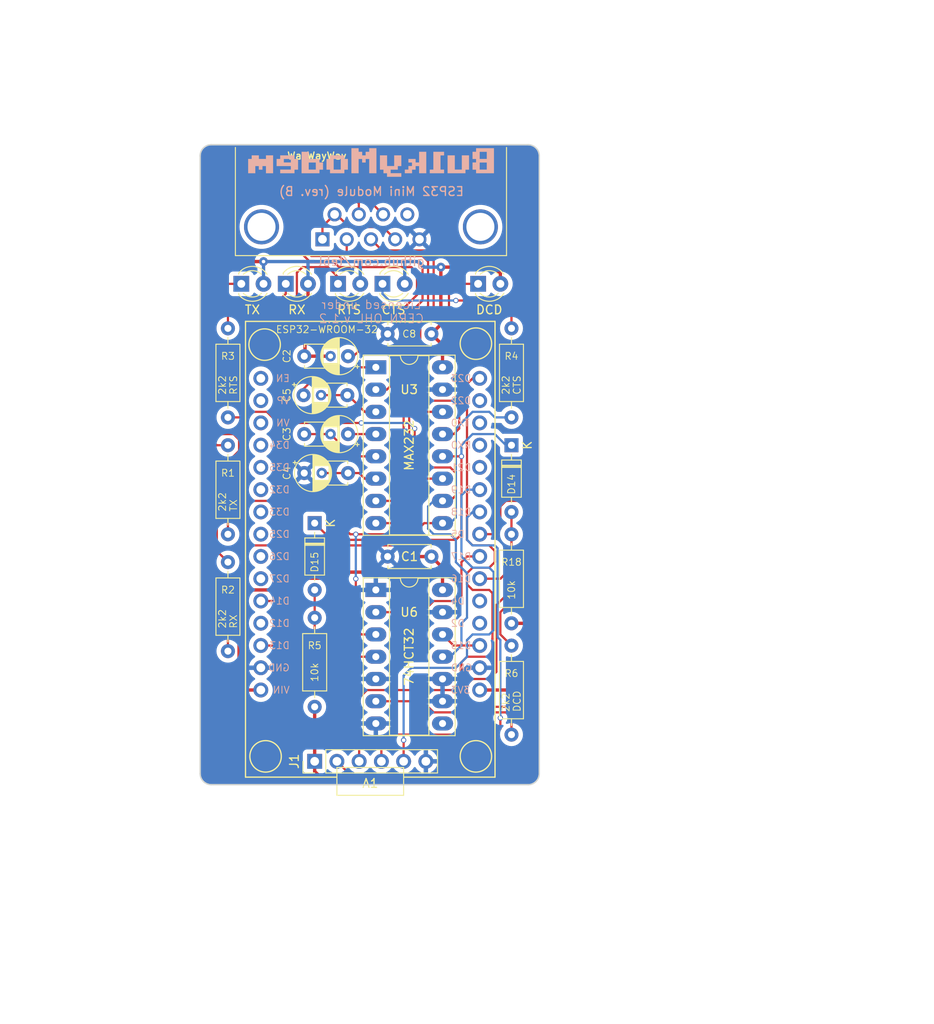
<source format=kicad_pcb>
(kicad_pcb (version 20240108) (generator "pcbnew") (generator_version "8.0")
  (layers (0 "F.Cu" signal) (31 "B.Cu" signal) (34 "B.Paste" user) (35 "F.Paste" user) (36 "B.SilkS" user "B.Silkscreen") (37 "F.SilkS" user "F.Silkscreen") (38 "B.Mask" user) (39 "F.Mask" user) (44 "Edge.Cuts" user))
  (net 0 "")
  (net 1 "GND")
  (net 2 "+5V")
  (net 3 "ESP_TX")
  (net 4 "ESP_RTS")
  (net 6 "+3.3V")
  (net 7 "Net-(A1-D15)")
  (net 8 "Net-(D1-K)")
  (net 9 "Net-(D2-K)")
  (net 10 "Net-(D3-K)")
  (net 11 "Net-(D4-K)")
  (net 12 "Net-(D5-K)")
  (net 13 "Net-(J2-Pad1)")
  (net 14 "/RS-232/SER_TxD")
  (net 15 "/RS-232/SER_RxD")
  (net 16 "/RS-232/SER_CTS")
  (net 17 "/RS-232/SER_RTS")
  (net 20 "SPI_CLK")
  (net 21 "SPI_MOSI")
  (net 22 "SPI_CS")
  (net 23 "ESP_RX")
  (net 24 "ESP_CTS")
  (net 25 "SPI_MISO")
  (net 26 "ESP_DCD")
  (net 27 "unconnected-(U3-VS+-Pad2)")
  (net 28 "unconnected-(U3-C2--Pad5)")
  (net 29 "unconnected-(U3-C2+-Pad4)")
  (net 30 "unconnected-(U3-VS--Pad6)")
  (net 31 "unconnected-(U3-C1--Pad3)")
  (net 32 "unconnected-(U3-C1+-Pad1)")
  (net 34 "Net-(A1-D17)")
  (net 40 "Net-(A1-D14)")
  (net 46 "Net-(A1-D13)")
  (net 51 "Net-(A1-D16)")
  (footprint "esp32_dev_board:ESP32-WROOM-32D_30_Alternate" (layer "F.Cu") (at 108.331 103.345)
    (property "Reference" "A1")
    (property "Value" "ESP32-WROOM-32")
  )
  (footprint "RND_DSUB:DSUB-9_Female_Horizontal_P2.77x2.84mm_EdgePinOffset7.70mm_Housed_MountingHolesOffset9.12mm" (layer "F.Cu") (at 102.87 65.405 180)
    (property "Reference" "J2" (hide yes))
    (property "Value" "DCE")
  )
  (footprint "resistor:R_Axial_DIN0207_L6.3mm_D2.5mm_P10.16mm_Horizontal" (layer "F.Cu") (at 124.46 109.22 90)
    (property "Reference" "R18")
    (property "Value" "10k")
  )
  (footprint "Package_DIP:DIP-16_W7.62mm_Socket_LongPads" (layer "F.Cu") (at 108.966 80.01)
    (property "Reference" "U3")
    (property "Value" "MAX232")
  )
  (footprint "BulkyModem:CP_Radial_D4.0mm_P2.00mm_Custom" (layer "F.Cu") (at 100.711 83.185)
    (property "Reference" "C5")
    (property "Value" "1uF" (hide yes))
  )
  (footprint "BulkyModem:CP_Radial_D4.0mm_P2.00mm_Custom" (layer "F.Cu") (at 105.791 87.63 180)
    (property "Reference" "C3")
    (property "Value" "1uF" (hide yes))
  )
  (footprint "BulkyModem:CP_Radial_D4.0mm_P2.00mm_Custom" (layer "F.Cu") (at 105.791 78.74 180)
    (property "Reference" "C2")
    (property "Value" "1uF" (hide yes))
  )
  (footprint "BulkyModem:CP_Radial_D4.0mm_P2.00mm_Custom" (layer "F.Cu") (at 100.791 92.075)
    (property "Reference" "C4")
    (property "Value" "1uF" (hide yes))
  )
  (footprint "Capacitor_THT:C_Disc_D4.7mm_W2.5mm_P5.00mm" (layer "F.Cu") (at 115.316 76.2 180)
    (property "Reference" "C8")
    (property "Value" "100nF")
  )
  (footprint "Diode_THT:D_DO-35_SOD27_P7.62mm_Horizontal" (layer "F.Cu") (at 124.46 88.9 -90)
    (property "Reference" "D14")
    (property "Value" "1N4148")
  )
  (footprint "resistor:R_Axial_DIN0207_L6.3mm_D2.5mm_P10.16mm_Horizontal" (layer "F.Cu") (at 101.981 118.745 90)
    (property "Reference" "R5")
    (property "Value" "10k")
  )
  (footprint "resistor:R_Axial_DIN0207_L6.3mm_D2.5mm_P10.16mm_Horizontal" (layer "F.Cu") (at 92.075 85.725 90)
    (property "Reference" "R3")
    (property "Value" "2k2")
  )
  (footprint "LED_THT:LED_D3.0mm" (layer "F.Cu") (at 109.728 70.485)
    (property "Reference" "D4" (hide yes))
    (property "Value" "CTS")
  )
  (footprint "resistor:R_Axial_DIN0207_L6.3mm_D2.5mm_P10.16mm_Horizontal" (layer "F.Cu") (at 92.075 99.06 90)
    (property "Reference" "R1")
    (property "Value" "2k2")
  )
  (footprint "LED_THT:LED_D3.0mm" (layer "F.Cu") (at 104.648 70.485)
    (property "Reference" "D3" (hide yes))
    (property "Value" "RTS")
  )
  (footprint "LED_THT:LED_D3.0mm" (layer "F.Cu") (at 120.65 70.485)
    (property "Reference" "D5" (hide yes))
    (property "Value" "DCD")
  )
  (footprint "Package_DIP:DIP-14_W7.62mm_Socket_LongPads" (layer "F.Cu") (at 108.966 105.41)
    (property "Reference" "U6")
    (property "Value" "74HCT32")
  )
  (footprint "resistor:R_Axial_DIN0207_L6.3mm_D2.5mm_P10.16mm_Horizontal" (layer "F.Cu") (at 92.075 112.395 90)
    (property "Reference" "R2")
    (property "Value" "2k2")
  )
  (footprint "Diode_THT:D_DO-35_SOD27_P7.62mm_Horizontal" (layer "F.Cu") (at 101.981 97.79 -90)
    (property "Reference" "D15")
    (property "Value" "1N4148")
  )
  (footprint "Connector_PinHeader_2.54mm:PinHeader_1x06_P2.54mm_Vertical" (layer "F.Cu") (at 101.981 124.968 90)
    (property "Reference" "J1")
    (property "Value" "SD_CARD")
  )
  (footprint "LED_THT:LED_D3.0mm" (layer "F.Cu") (at 98.679 70.485)
    (property "Reference" "D2" (hide yes))
    (property "Value" "RX")
  )
  (footprint "LED_THT:LED_D3.0mm" (layer "F.Cu") (at 93.599 70.485)
    (property "Reference" "D1" (hide yes))
    (property "Value" "TX")
  )
  (footprint "resistor:R_Axial_DIN0207_L6.3mm_D2.5mm_P10.16mm_Horizontal" (layer "F.Cu") (at 124.46 121.92 90)
    (property "Reference" "R6")
    (property "Value" "2k2")
  )
  (footprint "resistor:R_Axial_DIN0207_L6.3mm_D2.5mm_P10.16mm_Horizontal" (layer "F.Cu") (at 124.46 85.725 90)
    (property "Reference" "R4")
    (property "Value" "2k2")
  )
  (footprint "Capacitor_THT:C_Disc_D4.7mm_W2.5mm_P5.00mm" (layer "F.Cu") (at 115.316 101.605 180)
    (property "Reference" "C1")
    (property "Value" "100nF")
  )
  (footprint "artwork:BulkyModem_small" (layer "B.Cu") (at 108.42 56.642 180)
    (property "Reference" "G***" (hide yes))
    (property "Value" "LOGO" (hide yes))
  )
  (gr_line (start 88.9 126.365) (end 88.9 72.39) (stroke (width 0.15)) (layer "Edge.Cuts"))
  (gr_line (start 90.17 127.635) (end 126.365 127.635) (stroke (width 0.15)) (layer "Edge.Cuts"))
  (gr_line (start 88.9 55.88) (end 88.9 72.39) (stroke (width 0.15)) (layer "Edge.Cuts"))
  (gr_line (start 127.635 126.365) (end 127.635 55.88) (stroke (width 0.15)) (layer "Edge.Cuts"))
  (gr_arc (start 90.17 127.635) (mid 89.271974 127.263026) (end 88.9 126.365) (stroke (width 0.15)) (layer "Edge.Cuts"))
  (gr_arc (start 126.365 54.61) (mid 127.263026 54.981974) (end 127.635 55.88) (stroke (width 0.15)) (layer "Edge.Cuts"))
  (gr_arc (start 127.635 126.365) (mid 127.263026 127.263026) (end 126.365 127.635) (stroke (width 0.15)) (layer "Edge.Cuts"))
  (gr_line (start 126.365 54.61) (end 90.17 54.61) (stroke (width 0.15)) (layer "Edge.Cuts"))
  (gr_arc (start 88.9 55.88) (mid 89.271974 54.981974) (end 90.17 54.61) (stroke (width 0.15)) (layer "Edge.Cuts"))
  (gr_text "Licensed under\nCERN OHL v.1.2" (at 108.458 73.66 0) (layer "B.SilkS") (effects (font (size 1 1) (thickness 0.1)) (justify mirror)))
  (gr_text "ESP32 Mini Module (rev. B)" (at 108.458 59.944 0) (layer "B.SilkS") (effects (font (size 1 1)) (justify mirror)))
  (gr_text "github.com/tebl" (at 108.458 67.945 0) (layer "B.SilkS") (effects (font (size 1 1)) (justify mirror)))
  (gr_text "RX" (at 92.71 109.855 90) (layer "F.SilkS") (effects (font (size 0.8 0.8) (thickness 0.1)) (justify left)))
  (gr_text "TX" (at 92.71 96.52 90) (layer "F.SilkS") (effects (font (size 0.8 0.8) (thickness 0.1)) (justify left)))
  (gr_text "RTS" (at 92.71 83.185 90) (layer "F.SilkS") (effects (font (size 0.8 0.8) (thickness 0.1)) (justify left)))
  (gr_text "DCD" (at 125.095 119.38 90) (layer "F.SilkS") (effects (font (size 0.8 0.8) (thickness 0.1)) (justify left)))
  (gr_text "WayWayWay" (at 102.235 55.88 0) (layer "F.SilkS") (effects (font (size 0.8 0.8))))
  (gr_text "CTS" (at 125.095 83.185 90) (layer "F.SilkS") (effects (font (size 0.8 0.8) (thickness 0.1)) (justify left)))
  (segment (start 103.791 78.74) (end 100.791 78.74) (width 0.381) (layer "F.Cu") (net 2))
  (segment (start 101.219 70.485) (end 101.219 75.565) (width 0.381) (layer "F.Cu") (net 2))
  (segment (start 93.599 116.83) (end 95.831 116.83) (width 0.381) (layer "F.Cu") (net 2))
  (segment (start 116.395 68.58) (end 122.428 68.58) (width 0.381) (layer "F.Cu") (net 2))
  (segment (start 122.428 68.58) (end 123.19 69.342) (width 0.381) (layer "F.Cu") (net 2))
  (segment (start 100.791 78.74) (end 100.878 78.653) (width 0.381) (layer "F.Cu") (net 2))
  (segment (start 89.535 71.12) (end 89.535 114.935) (width 0.381) (layer "F.Cu") (net 2))
  (segment (start 97.155 105.41) (end 94.488 105.41) (width 0.381) (layer "F.Cu") (net 2))
  (segment (start 115.316 101.605) (end 113.787 101.605) (width 0.381) (layer "F.Cu") (net 2))
  (segment (start 116.586 80.01) (end 116.586 77.47) (width 0.381) (layer "F.Cu") (net 2))
  (segment (start 113.787 101.605) (end 112.014 103.378) (width 0.381) (layer "F.Cu") (net 2))
  (segment (start 93.345 106.553) (end 93.345 116.83) (width 0.381) (layer "F.Cu") (net 2))
  (segment (start 100.878 75.906) (end 101.219 75.565) (width 0.381) (layer "F.Cu") (net 2))
  (segment (start 99.187 103.378) (end 97.155 105.41) (width 0.381) (layer "F.Cu") (net 2))
  (segment (start 116.586 102.875) (end 115.316 101.605) (width 0.381) (layer "F.Cu") (net 2))
  (segment (start 93.345 116.83) (end 93.599 116.83) (width 0.381) (layer "F.Cu") (net 2))
  (segment (start 116.586 105.41) (end 116.586 102.875) (width 0.381) (layer "F.Cu") (net 2))
  (segment (start 116.395 68.58) (end 116.395 75.121) (width 0.381) (layer "F.Cu") (net 2))
  (segment (start 89.535 114.935) (end 91.43 116.83) (width 0.381) (layer "F.Cu") (net 2))
  (segment (start 123.19 69.342) (end 123.19 70.485) (width 0.381) (layer "F.Cu") (net 2))
  (segment (start 94.488 105.41) (end 93.345 106.553) (width 0.381) (layer "F.Cu") (net 2))
  (segment (start 100.878 78.653) (end 100.878 75.906) (width 0.381) (layer "F.Cu") (net 2))
  (segment (start 91.43 116.83) (end 93.345 116.83) (width 0.381) (layer "F.Cu") (net 2))
  (segment (start 112.014 103.378) (end 99.187 103.378) (width 0.381) (layer "F.Cu") (net 2))
  (segment (start 116.586 77.47) (end 115.316 76.2) (width 0.381) (layer "F.Cu") (net 2))
  (segment (start 96.139 67.945) (end 92.71 67.945) (width 0.381) (layer "F.Cu") (net 2))
  (segment (start 92.71 67.945) (end 89.535 71.12) (width 0.381) (layer "F.Cu") (net 2))
  (segment (start 116.395 75.121) (end 115.316 76.2) (width 0.381) (layer "F.Cu") (net 2))
  (via (at 96.139 67.945) (size 1) (drill 0.4) (layers "F.Cu" "B.Cu") (net 2))
  (via (at 116.395 68.58) (size 1) (drill 0.4) (layers "F.Cu" "B.Cu") (net 2))
  (segment (start 107.188 67.945) (end 112.268 67.945) (width 0.381) (layer "B.Cu") (net 2))
  (segment (start 107.188 70.485) (end 107.188 67.945) (width 0.381) (layer "B.Cu") (net 2))
  (segment (start 96.139 67.945) (end 96.139 70.485) (width 0.381) (layer "B.Cu") (net 2))
  (segment (start 107.188 67.945) (end 101.854 67.945) (width 0.381) (layer "B.Cu") (net 2))
  (segment (start 101.219 70.485) (end 101.219 67.945) (width 0.381) (layer "B.Cu") (net 2))
  (segment (start 101.219 67.945) (end 101.854 67.945) (width 0.381) (layer "B.Cu") (net 2))
  (segment (start 116.395 68.58) (end 114.49 68.58) (width 0.381) (layer "B.Cu") (net 2))
  (segment (start 113.855 67.945) (end 112.268 67.945) (width 0.381) (layer "B.Cu") (net 2))
  (segment (start 114.49 68.58) (end 113.855 67.945) (width 0.381) (layer "B.Cu") (net 2))
  (segment (start 112.268 70.485) (end 112.268 67.945) (width 0.381) (layer "B.Cu") (net 2))
  (segment (start 96.139 67.945) (end 101.854 67.945) (width 0.381) (layer "B.Cu") (net 2))
  (segment (start 114.3 92.71) (end 113.665 93.345) (width 0.25) (layer "F.Cu") (net 3))
  (segment (start 111.76 99.06) (end 106.045 99.06) (width 0.25) (layer "F.Cu") (net 3))
  (segment (start 92.075 97.155) (end 92.075 99.06) (width 0.25) (layer "F.Cu") (net 3))
  (segment (start 106.68 104.14) (end 106.68 109.855) (width 0.25) (layer "F.Cu") (net 3))
  (segment (start 107.315 110.49) (end 108.966 110.49) (width 0.25) (layer "F.Cu") (net 3))
  (segment (start 93.98 95.25) (end 92.075 97.155) (width 0.25) (layer "F.Cu") (net 3))
  (segment (start 113.665 97.155) (end 111.76 99.06) (width 0.25) (layer "F.Cu") (net 3))
  (segment (start 106.68 109.855) (end 107.315 110.49) (width 0.25) (layer "F.Cu") (net 3))
  (segment (start 113.665 93.345) (end 113.665 97.155) (width 0.25) (layer "F.Cu") (net 3))
  (segment (start 106.045 99.06) (end 102.235 95.25) (width 0.25) (layer "F.Cu") (net 3))
  (segment (start 102.235 95.25) (end 93.98 95.25) (width 0.25) (layer "F.Cu") (net 3))
  (segment (start 116.586 92.71) (end 114.3 92.71) (width 0.25) (layer "F.Cu") (net 3))
  (via (at 106.68 104.14) (size 0.6) (drill 0.4) (layers "F.Cu" "B.Cu") (net 3))
  (via (at 106.68 99.06) (size 0.6) (drill 0.4) (layers "F.Cu" "B.Cu") (net 3))
  (segment (start 106.68 99.06) (end 106.68 104.14) (width 0.25) (layer "B.Cu") (net 3))
  (segment (start 107.315 86.36) (end 97.79 86.36) (width 0.25) (layer "F.Cu") (net 4))
  (segment (start 118.111 93.979) (end 118.111 92.076) (width 0.25) (layer "F.Cu") (net 4))
  (segment (start 96.52 85.09) (end 94.615 85.09) (width 0.25) (layer "F.Cu") (net 4))
  (segment (start 97.79 86.36) (end 96.52 85.09) (width 0.25) (layer "F.Cu") (net 4))
  (segment (start 117.475 95.25) (end 118.11 94.615) (width 0.25) (layer "F.Cu") (net 4))
  (segment (start 92.075 85.725) (end 93.98 85.725) (width 0.25) (layer "F.Cu") (net 4))
  (segment (start 116.586 95.25) (end 117.475 95.25) (width 0.25) (layer "F.Cu") (net 4))
  (segment (start 118.11 94.615) (end 118.11 93.98) (width 0.25) (layer "F.Cu") (net 4))
  (segment (start 118.111 92.076) (end 117.475 91.44) (width 0.25) (layer "F.Cu") (net 4))
  (segment (start 93.98 85.725) (end 94.615 85.09) (width 0.25) (layer "F.Cu") (net 4))
  (segment (start 118.11 93.98) (end 118.111 93.979) (width 0.25) (layer "F.Cu") (net 4))
  (segment (start 113.401 89.906) (end 113.401 86.995) (width 0.25) (layer "F.Cu") (net 4))
  (segment (start 114.935 91.44) (end 113.401 89.906) (width 0.25) (layer "F.Cu") (net 4))
  (segment (start 117.475 91.44) (end 114.935 91.44) (width 0.25) (layer "F.Cu") (net 4))
  (via (at 113.401 86.995) (size 0.6) (drill 0.4) (layers "F.Cu" "B.Cu") (net 4))
  (via (at 107.315 86.36) (size 0.6) (drill 0.4) (layers "F.Cu" "B.Cu") (net 4))
  (segment (start 118.11 102.235) (end 119.38 103.505) (width 0.25) (layer "B.Cu") (net 4))
  (segment (start 118.11 99.695) (end 118.11 102.235) (width 0.25) (layer "B.Cu") (net 4))
  (segment (start 119.38 103.505) (end 119.38 108.585) (width 0.25) (layer "B.Cu") (net 4))
  (segment (start 113.401 86.995) (end 112.766 86.36) (width 0.25) (layer "B.Cu") (net 4))
  (segment (start 118.745 111.76) (end 117.475 113.03) (width 0.25) (layer "B.Cu") (net 4))
  (segment (start 114.935 95.885) (end 114.935 98.425) (width 0.25) (layer "B.Cu") (net 4))
  (segment (start 117.475 113.03) (end 116.586 113.03) (width 0.25) (layer "B.Cu") (net 4))
  (segment (start 119.38 108.585) (end 118.745 109.22) (width 0.25) (layer "B.Cu") (net 4))
  (segment (start 114.935 98.425) (end 115.57 99.06) (width 0.25) (layer "B.Cu") (net 4))
  (segment (start 116.586 95.25) (end 115.57 95.25) (width 0.25) (layer "B.Cu") (net 4))
  (segment (start 118.745 109.22) (end 118.745 111.76) (width 0.25) (layer "B.Cu") (net 4))
  (segment (start 115.57 99.06) (end 117.475 99.06) (width 0.25) (layer "B.Cu") (net 4))
  (segment (start 115.57 95.25) (end 114.935 95.885) (width 0.25) (layer "B.Cu") (net 4))
  (segment (start 112.766 86.36) (end 107.315 86.36) (width 0.25) (layer "B.Cu") (net 4))
  (segment (start 117.475 99.06) (end 118.11 99.695) (width 0.25) (layer "B.Cu") (net 4))
  (segment (start 119.38 127) (end 125.73 127) (width 0.381) (layer "F.Cu") (net 6))
  (segment (start 127 125.73) (end 127 116.84) (width 0.381) (layer "F.Cu") (net 6))
  (segment (start 126.365 109.22) (end 124.46 109.22) (width 0.381) (layer "F.Cu") (net 6))
  (segment (start 127 116.84) (end 127 109.855) (width 0.381) (layer "F.Cu") (net 6))
  (segment (start 125.73 127) (end 127 125.73) (width 0.381) (layer "F.Cu") (net 6))
  (segment (start 126.99 116.83) (end 120.831 116.83) (width 0.381) (layer "F.Cu") (net 6))
  (segment (start 127 109.855) (end 126.365 109.22) (width 0.381) (layer "F.Cu") (net 6))
  (segment (start 102.87 127) (end 119.38 127) (width 0.381) (layer "F.Cu") (net 6))
  (segment (start 101.981 124.968) (end 101.981 118.745) (width 0.381) (layer "F.Cu") (net 6))
  (segment (start 127 116.84) (end 126.99 116.83) (width 0.381) (layer "F.Cu") (net 6))
  (segment (start 101.981 126.111) (end 102.87 127) (width 0.381) (layer "F.Cu") (net 6))
  (segment (start 101.981 124.968) (end 101.981 126.111) (width 0.381) (layer "F.Cu") (net 6))
  (segment (start 117.846 111.75) (end 120.831 111.75) (width 0.25) (layer "F.Cu") (net 7))
  (segment (start 116.586 110.49) (end 117.846 111.75) (width 0.25) (layer "F.Cu") (net 7))
  (segment (start 93.599 70.485) (end 91.44 70.485) (width 0.25) (layer "F.Cu") (net 8))
  (segment (start 90.17 71.755) (end 90.17 88.265) (width 0.25) (layer "F.Cu") (net 8))
  (segment (start 91.44 70.485) (end 90.17 71.755) (width 0.25) (layer "F.Cu") (net 8))
  (segment (start 90.805 88.9) (end 92.075 88.9) (width 0.25) (layer "F.Cu") (net 8))
  (segment (start 90.17 88.265) (end 90.805 88.9) (width 0.25) (layer "F.Cu") (net 8))
  (segment (start 90.62 73.21) (end 91.44 72.39) (width 0.25) (layer "F.Cu") (net 9))
  (segment (start 90.805 100.965) (end 90.805 92.075) (width 0.25) (layer "F.Cu") (net 9))
  (segment (start 91.44 87.63) (end 90.62 86.81) (width 0.25) (layer "F.Cu") (net 9))
  (segment (start 90.805 92.075) (end 93.345 89.535) (width 0.25) (layer "F.Cu") (net 9))
  (segment (start 92.075 102.235) (end 90.805 100.965) (width 0.25) (layer "F.Cu") (net 9))
  (segment (start 92.71 87.63) (end 91.44 87.63) (width 0.25) (layer "F.Cu") (net 9))
  (segment (start 91.44 72.39) (end 97.917 72.39) (width 0.25) (layer "F.Cu") (net 9))
  (segment (start 98.679 71.628) (end 98.679 70.485) (width 0.25) (layer "F.Cu") (net 9))
  (segment (start 93.345 88.265) (end 92.71 87.63) (width 0.25) (layer "F.Cu") (net 9))
  (segment (start 90.62 86.81) (end 90.62 73.21) (width 0.25) (layer "F.Cu") (net 9))
  (segment (start 93.345 89.535) (end 93.345 88.265) (width 0.25) (layer "F.Cu") (net 9))
  (segment (start 97.917 72.39) (end 98.679 71.628) (width 0.25) (layer "F.Cu") (net 9))
  (segment (start 92.71 73.025) (end 98.933 73.025) (width 0.25) (layer "F.Cu") (net 10))
  (segment (start 92.075 75.565) (end 92.075 73.66) (width 0.25) (layer "F.Cu") (net 10))
  (segment (start 99.949 72.009) (end 99.949 69.215) (width 0.25) (layer "F.Cu") (net 10))
  (segment (start 104.648 69.723) (end 104.648 70.485) (width 0.25) (layer "F.Cu") (net 10))
  (segment (start 98.933 73.025) (end 99.949 72.009) (width 0.25) (layer "F.Cu") (net 10))
  (segment (start 100.584 68.58) (end 103.505 68.58) (width 0.25) (layer "F.Cu") (net 10))
  (segment (start 99.949 69.215) (end 100.584 68.58) (width 0.25) (layer "F.Cu") (net 10))
  (segment (start 103.505 68.58) (end 104.648 69.723) (width 0.25) (layer "F.Cu") (net 10))
  (segment (start 92.075 73.66) (end 92.71 73.025) (width 0.25) (layer "F.Cu") (net 10))
  (segment (start 123.825 72.39) (end 124.46 73.025) (width 0.25) (layer "F.Cu") (net 11))
  (segment (start 124.46 73.025) (end 124.46 75.565) (width 0.25) (layer "F.Cu") (net 11))
  (segment (start 118.11 72.39) (end 123.825 72.39) (width 0.25) (layer "F.Cu") (net 11))
  (via (at 118.11 72.39) (size 0.6) (drill 0.4) (layers "F.Cu" "B.Cu") (net 11))
  (segment (start 109.728 71.628) (end 109.728 70.485) (width 0.25) (layer "B.Cu") (net 11))
  (segment (start 110.49 72.39) (end 109.728 71.628) (width 0.25) (layer "B.Cu") (net 11))
  (segment (start 118.11 72.39) (end 110.49 72.39) (width 0.25) (layer "B.Cu") (net 11))
  (segment (start 127 83.185) (end 117.320378 73.505378) (width 0.25) (layer "F.Cu") (net 12))
  (segment (start 117.320378 71.274622) (end 118.11 70.485) (width 0.25) (layer "F.Cu") (net 12))
  (segment (start 127 104.14) (end 127 83.185) (width 0.25) (layer "F.Cu") (net 12))
  (segment (start 118.11 70.485) (end 120.65 70.485) (width 0.25) (layer "F.Cu") (net 12))
  (segment (start 123.19 107.95) (end 127 104.14) (width 0.25) (layer "F.Cu") (net 12))
  (segment (start 123.19 110.49) (end 123.19 107.95) (width 0.25) (layer "F.Cu") (net 12))
  (segment (start 117.320378 73.505378) (end 117.320378 71.274622) (width 0.25) (layer "F.Cu") (net 12))
  (segment (start 124.46 111.76) (end 123.19 110.49) (width 0.25) (layer "F.Cu") (net 12))
  (segment (start 105.918 64.008) (end 109.783 64.008) (width 0.25) (layer "F.Cu") (net 13))
  (segment (start 109.783 64.008) (end 111.18 65.405) (width 0.25) (layer "F.Cu") (net 13))
  (segment (start 104.475 62.565) (end 105.918 64.008) (width 0.25) (layer "F.Cu") (net 13))
  (segment (start 102.87 63.95) (end 104.255 62.565) (width 0.25) (layer "F.Cu") (net 13))
  (segment (start 102.87 65.405) (end 102.87 63.95) (width 0.25) (layer "F.Cu") (net 13))
  (segment (start 116.586 85.09) (end 114.046 85.09) (width 0.25) (layer "F.Cu") (net 14))
  (segment (start 106.045 67.31) (end 105.64 66.905) (width 0.25) (layer "F.Cu") (net 14))
  (segment (start 114.3 67.31) (end 106.045 67.31) (width 0.25) (layer "F.Cu") (net 14))
  (segment (start 114.935 67.945) (end 114.3 67.31) (width 0.25) (layer "F.Cu") (net 14))
  (segment (start 114.935 73.025) (end 114.935 67.945) (width 0.25) (layer "F.Cu") (net 14))
  (segment (start 113.411 84.455) (end 113.411 74.549) (width 0.25) (layer "F.Cu") (net 14))
  (segment (start 105.64 66.905) (end 105.64 65.405) (width 0.25) (layer "F.Cu") (net 14))
  (segment (start 113.411 74.549) (end 114.935 73.025) (width 0.25) (layer "F.Cu") (net 14))
  (segment (start 114.046 85.09) (end 113.411 84.455) (width 0.25) (layer "F.Cu") (net 14))
  (segment (start 114.046 83.185) (end 114.046 75.184) (width 0.25) (layer "F.Cu") (net 15))
  (segment (start 114.046 75.184) (end 115.57 73.66) (width 0.25) (layer "F.Cu") (net 15))
  (segment (start 115.57 73.66) (end 115.57 67.31) (width 0.25) (layer "F.Cu") (net 15))
  (segment (start 118.491 84.455) (end 117.856 83.82) (width 0.25) (layer "F.Cu") (net 15))
  (segment (start 116.586 87.63) (end 117.856 87.63) (width 0.25) (layer "F.Cu") (net 15))
  (segment (start 117.856 87.63) (end 118.491 86.995) (width 0.25) (layer "F.Cu") (net 15))
  (segment (start 118.491 86.995) (end 118.491 84.455) (width 0.25) (layer "F.Cu") (net 15))
  (segment (start 115.57 67.31) (end 114.935 66.675) (width 0.25) (layer "F.Cu") (net 15))
  (segment (start 114.935 66.675) (end 109.68 66.675) (width 0.25) (layer "F.Cu") (net 15))
  (segment (start 114.681 83.82) (end 114.046 83.185) (width 0.25) (layer "F.Cu") (net 15))
  (segment (start 109.68 66.675) (end 108.41 65.405) (width 0.25) (layer "F.Cu") (net 15))
  (segment (start 117.856 83.82) (end 114.681 83.82) (width 0.25) (layer "F.Cu") (net 15))
  (segment (start 107.025 61.305) (end 106.68 60.96) (width 0.25) (layer "F.Cu") (net 16))
  (segment (start 107.025 62.565) (end 107.025 61.305) (width 0.25) (layer "F.Cu") (net 16))
  (segment (start 104.775 67.31) (end 105.41 67.945) (width 0.25) (layer "F.Cu") (net 16))
  (segment (start 105.41 67.945) (end 113.665 67.945) (width 0.25) (layer "F.Cu") (net 16))
  (segment (start 101.6 67.31) (end 104.775 67.31) (width 0.25) (layer "F.Cu") (net 16))
  (segment (start 111.506 97.79) (end 108.966 97.79) (width 0.25) (layer "F.Cu") (net 16))
  (segment (start 114.3 68.58) (end 114.3 72.39) (width 0.25) (layer "F.Cu") (net 16))
  (segment (start 112.776 96.52) (end 111.506 97.79) (width 0.25) (layer "F.Cu") (net 16))
  (segment (start 102.87 60.96) (end 100.965 62.865) (width 0.25) (layer "F.Cu") (net 16))
  (segment (start 100.965 62.865) (end 100.965 66.675) (width 0.25) (layer "F.Cu") (net 16))
  (segment (start 100.965 66.675) (end 101.6 67.31) (width 0.25) (layer "F.Cu") (net 16))
  (segment (start 106.68 60.96) (end 102.87 60.96) (width 0.25) (layer "F.Cu") (net 16))
  (segment (start 114.3 72.39) (end 112.776 73.914) (width 0.25) (layer "F.Cu") (net 16))
  (segment (start 113.665 67.945) (end 114.3 68.58) (width 0.25) (layer "F.Cu") (net 16))
  (segment (start 112.776 73.914) (end 112.776 96.52) (width 0.25) (layer "F.Cu") (net 16))
  (segment (start 104.233198 68.038198) (end 104.775 68.58) (width 0.25) (layer "F.Cu") (net 17))
  (segment (start 101.506802 68.038198) (end 104.233198 68.038198) (width 0.25) (layer "F.Cu") (net 17))
  (segment (start 100.33 62.23) (end 100.33 66.861396) (width 0.25) (layer "F.Cu") (net 17))
  (segment (start 107.555 60.325) (end 102.235 60.325) (width 0.25) (layer "F.Cu") (net 17))
  (segment (start 113.03 68.58) (end 113.665 69.215) (width 0.25) (layer "F.Cu") (net 17))
  (segment (start 109.795 62.565) (end 107.555 60.325) (width 0.25) (layer "F.Cu") (net 17))
  (segment (start 100.33 66.861396) (end 101.506802 68.038198) (width 0.25) (layer "F.Cu") (net 17))
  (segment (start 111.506 95.25) (end 108.966 95.25) (width 0.25) (layer "F.Cu") (net 17))
  (segment (start 102.235 60.325) (end 100.33 62.23) (width 0.25) (layer "F.Cu") (net 17))
  (segment (start 112.141 73.279) (end 112.141 94.615) (width 0.25) (layer "F.Cu") (net 17))
  (segment (start 112.141 94.615) (end 111.506 95.25) (width 0.25) (layer "F.Cu") (net 17))
  (segment (start 113.665 69.215) (end 113.665 71.755) (width 0.25) (layer "F.Cu") (net 17))
  (segment (start 104.775 68.58) (end 113.03 68.58) (width 0.25) (layer "F.Cu") (net 17))
  (segment (start 113.665 71.755) (end 112.141 73.279) (width 0.25) (layer "F.Cu") (net 17))
  (segment (start 123.19 121.285) (end 122.555 121.92) (width 0.25) (layer "F.Cu") (net 20))
  (segment (start 110.49 121.92) (end 109.601 122.809) (width 0.25) (layer "F.Cu") (net 20))
  (segment (start 118.745 121.92) (end 110.49 121.92) (width 0.25) (layer "F.Cu") (net 20))
  (segment (start 122.555 121.92) (end 118.745 121.92) (width 0.25) (layer "F.Cu") (net 20))
  (segment (start 123.19 120.015) (end 123.19 121.285) (width 0.25) (layer "F.Cu") (net 20))
  (segment (start 109.601 122.809) (end 109.601 124.968) (width 0.25) (layer "F.Cu") (net 20))
  (via (at 123.19 120.015) (size 0.6) (drill 0.4) (layers "F.Cu" "B.Cu") (net 20))
  (segment (start 120.015 100.33) (end 119.38 99.695) (width 0.25) (layer "B.Cu") (net 20))
  (segment (start 119.38 99.695) (end 119.38 97.155) (width 0.25) (layer "B.Cu") (net 20))
  (segment (start 122.555 100.33) (end 120.015 100.33) (width 0.25) (layer "B.Cu") (net 20))
  (segment (start 123.19 111.125) (end 122.8725 110.8075) (width 0.25) (layer "B.Cu") (net 20))
  (segment (start 123.19 120.015) (end 123.19 111.125) (width 0.25) (layer "B.Cu") (net 20))
  (segment (start 120.025 96.51) (end 120.831 96.51) (width 0.25) (layer "B.Cu") (net 20))
  (segment (start 122.8725 100.6475) (end 122.555 100.33) (width 0.25) (layer "B.Cu") (net 20))
  (segment (start 119.38 97.155) (end 120.025 96.51) (width 0.25) (layer "B.Cu") (net 20))
  (segment (start 122.8725 110.8075) (end 122.8725 100.6475) (width 0.25) (layer "B.Cu") (net 20))
  (segment (start 107.061 117.729) (end 107.95 116.84) (width 0.25) (layer "F.Cu") (net 21))
  (segment (start 121.92 102.87) (end 122.555 102.235) (width 0.25) (layer "F.Cu") (net 21))
  (segment (start 119.38 103.505) (end 120.015 102.87) (width 0.25) (layer "F.Cu") (net 21))
  (segment (start 120.025 81.27) (end 120.831 81.27) (width 0.25) (layer "F.Cu") (net 21))
  (segment (start 122.555 102.235) (end 122.555 100.965) (width 0.25) (layer "F.Cu") (net 21))
  (segment (start 118.745 113.665) (end 119.38 113.03) (width 0.25) (layer "F.Cu") (net 21))
  (segment (start 118.11 116.84) (end 118.745 116.205) (width 0.25) (layer "F.Cu") (net 21))
  (segment (start 122.555 100.965) (end 121.92 100.33) (width 0.25) (layer "F.Cu") (net 21))
  (segment (start 119.38 104.775) (end 119.38 103.505) (width 0.25) (layer "F.Cu") (net 21))
  (segment (start 107.95 116.84) (end 118.11 116.84) (width 0.25) (layer "F.Cu") (net 21))
  (segment (start 122.286716 112.476974) (end 122.286716 110.964152) (width 0.25) (layer "F.Cu") (net 21))
  (segment (start 120.015 100.33) (end 119.38 99.695) (width 0.25) (layer "F.Cu") (net 21))
  (segment (start 120.015 102.87) (end 121.92 102.87) (width 0.25) (layer "F.Cu") (net 21))
  (segment (start 121.73369 113.03) (end 122.286716 112.476974) (width 0.25) (layer "F.Cu") (net 21))
  (segment (start 107.061 124.968) (end 107.061 117.729) (width 0.25) (layer "F.Cu") (net 21))
  (segment (start 118.745 116.205) (end 118.745 113.665) (width 0.25) (layer "F.Cu") (net 21))
  (segment (start 119.38 81.915) (end 120.025 81.27) (width 0.25) (layer "F.Cu") (net 21))
  (segment (start 122.286716 110.964152) (end 122.29 110.960868) (width 0.25) (layer "F.Cu") (net 21))
  (segment (start 122.29 110.960868) (end 122.29 105.78) (width 0.25) (layer "F.Cu") (net 21))
  (segment (start 119.38 113.03) (end 121.73369 113.03) (width 0.25) (layer "F.Cu") (net 21))
  (segment (start 119.38 99.695) (end 119.38 81.915) (width 0.25) (layer "F.Cu") (net 21))
  (segment (start 122.29 105.78) (end 121.92 105.41) (width 0.25) (layer "F.Cu") (net 21))
  (segment (start 120.015 105.41) (end 119.38 104.775) (width 0.25) (layer "F.Cu") (net 21))
  (segment (start 121.92 105.41) (end 120.015 105.41) (width 0.25) (layer "F.Cu") (net 21))
  (segment (start 121.92 100.33) (end 120.015 100.33) (width 0.25) (layer "F.Cu") (net 21))
  (segment (start 126.365 103.505) (end 126.365 95.885) (width 0.25) (layer "F.Cu") (net 22))
  (segment (start 121.92 115.57) (end 122.736716 114.753284) (width 0.25) (layer "F.Cu") (net 22))
  (segment (start 122.74 107.13) (end 126.365 103.505) (width 0.25) (layer "F.Cu") (net 22))
  (segment (start 122.736716 114.753284) (end 122.736716 111.150548) (width 0.25) (layer "F.Cu") (net 22))
  (segment (start 122.74 111.147264) (end 122.74 107.13) (width 0.25) (layer "F.Cu") (net 22))
  (segment (start 120.015 115.57) (end 121.92 115.57) (width 0.25) (layer "F.Cu") (net 22))
  (segment (start 123.825 95.25) (end 123.19 95.885) (width 0.25) (layer "F.Cu") (net 22))
  (segment (start 126.365 119.38) (end 125.73 118.745) (width 0.25) (layer "F.Cu") (net 22))
  (segment (start 104.521 124.968) (end 105.918 126.365) (width 0.25) (layer "F.Cu") (net 22))
  (segment (start 125.73 95.25) (end 123.825 95.25) (width 0.25) (layer "F.Cu") (net 22))
  (segment (start 122.736716 111.150548) (end 122.74 111.147264) (width 0.25) (layer "F.Cu") (net 22))
  (segment (start 125.095 126.365) (end 126.365 125.095) (width 0.25) (layer "F.Cu") (net 22))
  (segment (start 123.19 95.885) (end 123.19 98.425) (width 0.25) (layer "F.Cu") (net 22))
  (segment (start 122.545 99.05) (end 120.831 99.05) (width 0.25) (layer "F.Cu") (net 22))
  (segment (start 126.365 125.095) (end 126.365 119.38) (width 0.25) (layer "F.Cu") (net 22))
  (segment (start 119.38 118.11) (end 119.38 116.205) (width 0.25) (layer "F.Cu") (net 22))
  (segment (start 120.015 118.745) (end 119.38 118.11) (width 0.25) (layer "F.Cu") (net 22))
  (segment (start 119.38 116.205) (end 120.015 115.57) (width 0.25) (layer "F.Cu") (net 22))
  (segment (start 123.19 98.425) (end 122.555 99.06) (width 0.25) (layer "F.Cu") (net 22))
  (segment (start 122.555 99.06) (end 122.545 99.05) (width 0.25) (layer "F.Cu") (net 22))
  (segment (start 126.365 95.885) (end 125.73 95.25) (width 0.25) (layer "F.Cu") (net 22))
  (segment (start 125.73 118.745) (end 120.015 118.745) (width 0.25) (layer "F.Cu") (net 22))
  (segment (start 105.918 126.365) (end 125.095 126.365) (width 0.25) (layer "F.Cu") (net 22))
  (segment (start 94.615 100.33) (end 93.98 100.965) (width 0.25) (layer "F.Cu") (net 23))
  (segment (start 93.98 102.616) (end 92.075 104.521) (width 0.25) (layer "F.Cu") (net 23))
  (segment (start 118.745 99.06) (end 118.11 99.695) (width 0.25) (layer "F.Cu") (net 23))
  (segment (start 116.586 90.17) (end 118.745 90.17) (width 0.25) (layer "F.Cu") (net 23))
  (segment (start 118.11 99.695) (end 113.665 99.695) (width 0.25) (layer "F.Cu") (net 23))
  (segment (start 113.665 99.695) (end 113.03 100.33) (width 0.25) (layer "F.Cu") (net 23))
  (segment (start 93.98 100.965) (end 93.98 102.616) (width 0.25) (layer "F.Cu") (net 23))
  (segment (start 118.745 90.17) (end 118.745 99.06) (width 0.25) (layer "F.Cu") (net 23))
  (segment (start 113.03 100.33) (end 94.615 100.33) (width 0.25) (layer "F.Cu") (net 23))
  (segment (start 92.075 104.521) (end 92.075 112.395) (width 0.25) (layer "F.Cu") (net 23))
  (via (at 118.745 90.17) (size 0.6) (drill 0.4) (layers "F.Cu" "B.Cu") (net 23))
  (segment (start 124.46 88.9) (end 123.825 88.9) (width 0.25) (layer "B.Cu") (net 23))
  (segment (start 118.745 88.9) (end 118.745 90.17) (width 0.25) (layer "B.Cu") (net 23))
  (segment (start 123.825 88.9) (end 122.555 87.63) (width 0.25) (layer "B.Cu") (net 23))
  (segment (start 122.555 87.63) (end 120.015 87.63) (width 0.25) (layer "B.Cu") (net 23))
  (segment (start 120.015 87.63) (end 118.745 88.9) (width 0.25) (layer "B.Cu") (net 23))
  (segment (start 112.5855 99.695) (end 114.4905 97.79) (width 0.25) (layer "F.Cu") (net 24))
  (segment (start 114.4905 97.79) (end 116.586 97.79) (width 0.25) (layer "F.Cu") (net 24))
  (segment (start 101.981 97.79) (end 103.886 99.695) (width 0.25) (layer "F.Cu") (net 24))
  (segment (start 103.886 99.695) (end 112.5855 99.695) (width 0.25) (layer "F.Cu") (net 24))
  (segment (start 118.111 86.994) (end 118.111 97.154) (width 0.25) (layer "B.Cu") (net 24))
  (segment (start 121.92 85.09) (end 120.015 85.09) (width 0.25) (layer "B.Cu") (net 24))
  (segment (start 124.46 85.725) (end 122.555 85.725) (width 0.25) (layer "B.Cu") (net 24))
  (segment (start 117.475 97.79) (end 116.586 97.79) (width 0.25) (layer "B.Cu") (net 24))
  (segment (start 120.015 85.09) (end 118.111 86.994) (width 0.25) (layer "B.Cu") (net 24))
  (segment (start 118.111 97.154) (end 117.475 97.79) (width 0.25) (layer "B.Cu") (net 24))
  (segment (start 122.555 85.725) (end 121.92 85.09) (width 0.25) (layer "B.Cu") (net 24))
  (segment (start 112.141 122.555) (end 112.141 124.968) (width 0.25) (layer "F.Cu") (net 25))
  (via (at 112.141 122.555) (size 0.6) (drill 0.4) (layers "F.Cu" "B.Cu") (net 25))
  (segment (start 121.92 102.87) (end 120.015 102.87) (width 0.25) (layer "B.Cu") (net 25))
  (segment (start 122.4225 109.9875) (end 122.4225 103.3725) (width 0.25) (layer "B.Cu") (net 25))
  (segment (start 118.745 94.615) (end 119.39 93.97) (width 0.25) (layer "B.Cu") (net 25))
  (segment (start 119.38 111.125) (end 120.015 110.49) (width 0.25) (layer "B.Cu") (net 25))
  (segment (start 112.141 122.555) (end 112.141 115.189) (width 0.25) (layer "B.Cu") (net 25))
  (segment (start 120.015 110.49) (end 121.92 110.49) (width 0.25) (layer "B.Cu") (net 25))
  (segment (start 113.03 114.3) (end 118.11 114.3) (width 0.25) (layer "B.Cu") (net 25))
  (segment (start 112.141 115.189) (end 113.03 114.3) (width 0.25) (layer "B.Cu") (net 25))
  (segment (start 118.745 101.6) (end 118.745 94.615) (width 0.25) (layer "B.Cu") (net 25))
  (segment (start 119.39 93.97) (end 120.831 93.97) (width 0.25) (layer "B.Cu") (net 25))
  (segment (start 119.38 113.03) (end 119.38 111.125) (width 0.25) (layer "B.Cu") (net 25))
  (segment (start 118.11 114.3) (end 119.38 113.03) (width 0.25) (layer "B.Cu") (net 25))
  (segment (start 121.92 110.49) (end 122.4225 109.9875) (width 0.25) (layer "B.Cu") (net 25))
  (segment (start 120.015 102.87) (end 118.745 101.6) (width 0.25) (layer "B.Cu") (net 25))
  (segment (start 122.4225 103.3725) (end 121.92 102.87) (width 0.25) (layer "B.Cu") (net 25))
  (segment (start 114.3 118.11) (end 115.57 119.38) (width 0.25) (layer "F.Cu") (net 26))
  (segment (start 108.966 118.11) (end 114.3 118.11) (width 0.25) (layer "F.Cu") (net 26))
  (segment (start 115.57 119.38) (end 123.825 119.38) (width 0.25) (layer "F.Cu") (net 26))
  (segment (start 123.825 119.38) (end 124.46 120.015) (width 0.25) (layer "F.Cu") (net 26))
  (segment (start 124.46 120.015) (end 124.46 121.92) (width 0.25) (layer "F.Cu") (net 26))
  (segment (start 110.236 82.55) (end 108.966 82.55) (width 0.25) (layer "F.Cu") (net 27))
  (segment (start 106.426 78.74) (end 107.061 78.105) (width 0.25) (layer "F.Cu") (net 27))
  (segment (start 107.061 78.105) (end 110.236 78.105) (width 0.25) (layer "F.Cu") (net 27))
  (segment (start 110.871 81.915) (end 110.236 82.55) (width 0.25) (layer "F.Cu") (net 27))
  (segment (start 110.236 78.105) (end 110.871 78.74) (width 0.25) (layer "F.Cu") (net 27))
  (segment (start 110.871 78.74) (end 110.871 81.915) (width 0.25) (layer "F.Cu") (net 27))
  (segment (start 108.966 90.17) (end 106.331 90.17) (width 0.25) (layer "F.Cu") (net 28))
  (segment (start 106.331 90.17) (end 103.791 87.63) (width 0.25) (layer "F.Cu") (net 28))
  (segment (start 100.791 87.63) (end 103.791 87.63) (width 0.25) (layer "F.Cu") (net 28))
  (segment (start 108.966 87.63) (end 105.791 87.63) (width 0.25) (layer "F.Cu") (net 29))
  (segment (start 107.696 92.71) (end 107.061 92.075) (width 0.25) (layer "F.Cu") (net 30))
  (segment (start 105.791 92.075) (end 107.061 92.075) (width 0.25) (layer "F.Cu") (net 30))
  (segment (start 102.791 92.075) (end 105.791 92.075) (width 0.25) (layer "F.Cu") (net 30))
  (segment (start 107.696 92.71) (end 108.966 92.71) (width 0.25) (layer "F.Cu") (net 30))
  (segment (start 102.791 83.185) (end 105.791 83.185) (width 0.25) (layer "F.Cu") (net 31))
  (segment (start 107.696 85.09) (end 105.791 83.185) (width 0.25) (layer "F.Cu") (net 31))
  (segment (start 107.696 85.09) (end 108.966 85.09) (width 0.25) (layer "F.Cu") (net 31))
  (segment (start 108.886 80.01) (end 106.981 80.01) (width 0.25) (layer "F.Cu") (net 32))
  (segment (start 100.711 82.47) (end 101.901 81.28) (width 0.25) (layer "F.Cu") (net 32))
  (segment (start 101.901 81.28) (end 105.711 81.28) (width 0.25) (layer "F.Cu") (net 32))
  (segment (start 100.711 83.185) (end 100.711 82.47) (width 0.25) (layer "F.Cu") (net 32))
  (segment (start 105.711 81.28) (end 106.981 80.01) (width 0.25) (layer "F.Cu") (net 32))
  (segment (start 115.57 106.68) (end 114.3 107.95) (width 0.25) (layer "F.Cu") (net 34))
  (segment (start 120.831 101.59) (end 119.39 101.59) (width 0.25) (layer "F.Cu") (net 34))
  (segment (start 118.745 102.235) (end 118.745 106.045) (width 0.25) (layer "F.Cu") (net 34))
  (segment (start 118.745 106.045) (end 118.11 106.68) (width 0.25) (layer "F.Cu") (net 34))
  (segment (start 119.39 101.59) (end 118.745 102.235) (width 0.25) (layer "F.Cu") (net 34))
  (segment (start 114.3 107.95) (end 108.966 107.95) (width 0.25) (layer "F.Cu") (net 34))
  (segment (start 118.11 106.68) (end 115.57 106.68) (width 0.25) (layer "F.Cu") (net 34))
  (segment (start 104.521 113.03) (end 108.966 113.03) (width 0.25) (layer "F.Cu") (net 40))
  (segment (start 103.886 112.395) (end 104.521 113.03) (width 0.25) (layer "F.Cu") (net 40))
  (segment (start 103.886 104.775) (end 103.886 112.395) (width 0.25) (layer "F.Cu") (net 40))
  (segment (start 95.831 106.67) (end 95.841 106.68) (width 0.25) (layer "F.Cu") (net 40))
  (segment (start 100.711 104.14) (end 103.251 104.14) (width 0.25) (layer "F.Cu") (net 40))
  (segment (start 98.171 106.68) (end 100.711 104.14) (width 0.25) (layer "F.Cu") (net 40))
  (segment (start 103.251 104.14) (end 103.886 104.775) (width 0.25) (layer "F.Cu") (net 40))
  (segment (start 95.841 106.68) (end 98.171 106.68) (width 0.25) (layer "F.Cu") (net 40))
  (segment (start 101.981 110.744) (end 101.981 108.585) (width 0.25) (layer "F.Cu") (net 46))
  (segment (start 100.965 111.76) (end 101.981 110.744) (width 0.25) (layer "F.Cu") (net 46))
  (segment (start 95.841 111.76) (end 100.965 111.76) (width 0.25) (layer "F.Cu") (net 46))
  (segment (start 95.831 111.75) (end 95.841 111.76) (width 0.25) (layer "F.Cu") (net 46))
  (segment (start 101.981 105.41) (end 101.981 108.585) (width 0.25) (layer "F.Cu") (net 46))
  (segment (start 123.2 104.13) (end 120.831 104.13) (width 0.25) (layer "F.Cu") (net 51))
  (segment (start 124.46 102.87) (end 123.2 104.13) (width 0.25) (layer "F.Cu") (net 51))
  (segment (start 124.46 96.52) (end 124.46 99.06) (width 0.25) (layer "F.Cu") (net 51))
  (segment (start 124.46 99.06) (end 124.46 102.87) (width 0.25) (layer "F.Cu") (net 51))
  (zone (net 1) (net_name "GND") (layer "B.Cu") (connect_pads (clearance 0.508)) (min_thickness 0.254) (fill yes (thermal_gap 0.508) (thermal_bridge_width 0.508))
    (polygon (pts (xy 66.04 38.1) (xy 172.72 38.1) (xy 172.72 154.94) (xy 66.04 154.305)))
  )
)
</source>
